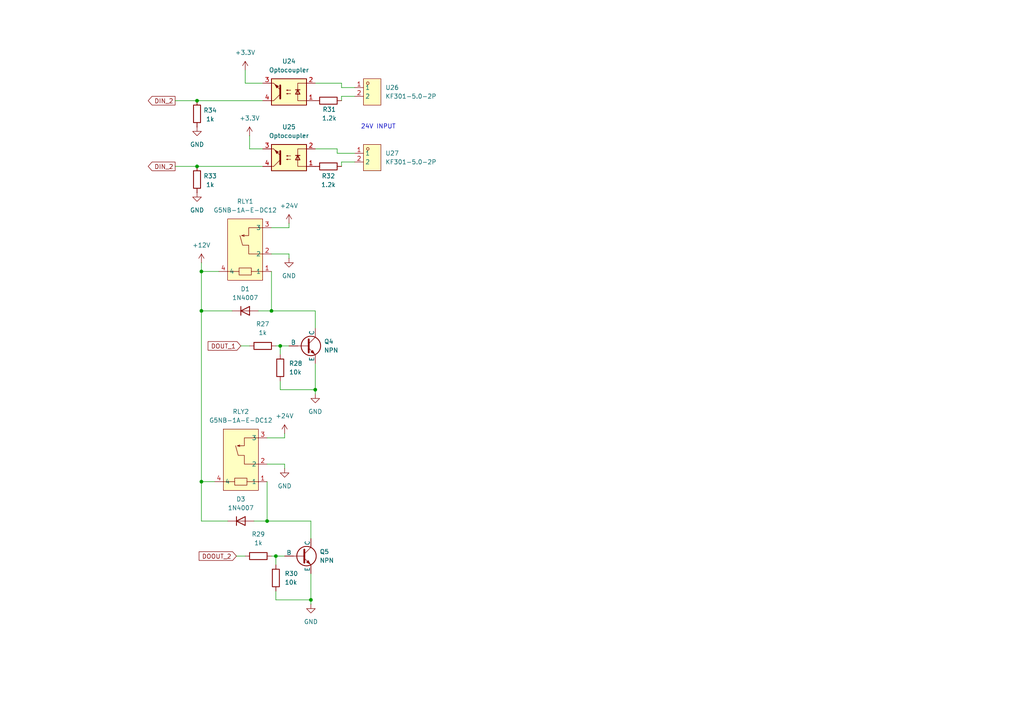
<source format=kicad_sch>
(kicad_sch (version 20250114) (generator "eeschema") (generator_version "9.0")
  (paper "A4")
  (lib_symbols
    (symbol "Device:R" (pin_numbers (hide yes)) (pin_names (offset 0))
      (property "Reference" "R" (at 2.032 0 90))
      (property "Value" "R" (at 0 0 90))
      (symbol "R_0_1"
        (rectangle (start -1.016 -2.54) (end 1.016 2.54) (stroke (width 0.254)))
      )
      (symbol "R_1_1"
        (pin passive line (at 0 3.81 270) (length 1.27) (name "~") (number "1"))
        (pin passive line (at 0 -3.81 90) (length 1.27) (name "~") (number "2"))
      )
    )
    (symbol "Diode:1N4007" (pin_numbers (hide yes)) (pin_names (hide yes))
      (property "Reference" "D" (at 0 2.54 0))
      (property "Value" "1N4007" (at 0 -2.54 0))
      (symbol "1N4007_0_1"
        (polyline (pts (xy -1.27 1.27) (xy -1.27 -1.27)) (stroke (width 0.254)))
        (polyline (pts (xy 1.27 1.27) (xy 1.27 -1.27) (xy -1.27 0) (xy 1.27 1.27)) (stroke (width 0.254)))
        (polyline (pts (xy 1.27 0) (xy -1.27 0)))
      )
      (symbol "1N4007_1_1"
        (pin passive line (at -3.81 0 0) (length 2.54) (name "K") (number "1"))
        (pin passive line (at 3.81 0 180) (length 2.54) (name "A") (number "2"))
      )
    )
    (symbol "EasyEDA:G5NB-1A-E-DC12"
      (property "Reference" "RLY" (at 0 12.7 0))
      (property "Value" "G5NB-1A-E-DC12" (at 0 -12.7 0))
      (symbol "G5NB-1A-E-DC12_0_1"
        (rectangle (start -10.16 5.08) (end 7.62 -5.08) (fill (type background)))
        (rectangle (start -8.64 1.78) (end -6.6 -1.78) (fill (type background)))
        (polyline (pts (xy -7.62 1.78) (xy -7.62 5.08)))
        (polyline (pts (xy -7.62 -1.78) (xy -7.62 -5.08) (xy -7.87 -5.08)))
        (polyline (pts (xy -2.54 -5.08) (xy -2.54 -1.02) (xy 0 -1.02) (xy 0 0.76) (xy 2.79 1.52)))
        (polyline (pts (xy 2.79 1.02) (xy 2.54 0.25)))
        (polyline (pts (xy 2.79 1.02) (xy 3.05 0.25)))
        (polyline (pts (xy 5.08 -5.08) (xy 5.08 -1.02) (xy 2.79 -1.02) (xy 2.79 1.02)))
        (pin unspecified line (at -7.62 7.62 270) (length 2.54) (name "4") (number "4"))
        (pin unspecified line (at -7.62 -7.62 90) (length 2.54) (name "1") (number "1"))
        (pin unspecified line (at -2.54 -7.62 90) (length 2.54) (name "2") (number "2"))
        (pin unspecified line (at 5.08 -7.62 90) (length 2.54) (name "3") (number "3"))
      )
    )
    (symbol "EasyEDA:KF301-5.0-2P"
      (property "Reference" "U" (at 0 6.35 0))
      (property "Value" "KF301-5.0-2P" (at 0 -6.35 0))
      (symbol "KF301-5.0-2P_0_1"
        (rectangle (start -2.54 3.81) (end 2.54 -3.81) (fill (type background)))
        (circle (center -1.27 2.54) (radius 0.38))
        (pin unspecified line (at -5.08 1.27 0) (length 2.54) (name "1") (number "1"))
        (pin unspecified line (at -5.08 -1.27 0) (length 2.54) (name "2") (number "2"))
      )
    )
    (symbol "Isolator:Optocoupler_DC_PhotoNPN_AKEC"
      (property "Reference" "U" (at -5.08 5.08 0))
      (property "Value" "Optocoupler_DC_PhotoNPN_AKEC" (at 0 5.08 0))
      (symbol "Optocoupler_DC_PhotoNPN_AKEC_0_1"
        (rectangle (start -5.08 3.81) (end 5.08 -3.81) (stroke (width 0.254)) (fill (type background)))
        (polyline (pts (xy -5.08 2.54) (xy -2.54 2.54) (xy -2.54 -1.27) (xy -2.54 0.635)))
        (polyline (pts (xy -3.175 -0.635) (xy -1.905 -0.635)) (stroke (width 0.254)))
        (polyline (pts (xy -2.54 -0.635) (xy -2.54 -2.54) (xy -5.08 -2.54)))
        (polyline (pts (xy -2.54 -0.635) (xy -3.175 0.635) (xy -1.905 0.635) (xy -2.54 -0.635)) (stroke (width 0.254)))
        (polyline (pts (xy -0.508 0.508) (xy 0.762 0.508) (xy 0.381 0.381) (xy 0.381 0.635) (xy 0.762 0.508)))
        (polyline (pts (xy -0.508 -0.508) (xy 0.762 -0.508) (xy 0.381 -0.635) (xy 0.381 -0.381) (xy 0.762 -0.508)))
        (polyline (pts (xy 2.54 1.905) (xy 2.54 -1.905)) (stroke (width 0.508)))
        (polyline (pts (xy 2.54 0.635) (xy 4.445 2.54)))
        (polyline (pts (xy 3.048 -1.651) (xy 3.556 -1.143) (xy 4.064 -2.159) (xy 3.048 -1.651)) (fill (type outline)))
        (polyline (pts (xy 4.445 2.54) (xy 5.08 2.54)))
        (polyline (pts (xy 4.445 -2.54) (xy 2.54 -0.635)) (fill (type outline)))
        (polyline (pts (xy 4.445 -2.54) (xy 5.08 -2.54)))
      )
      (symbol "Optocoupler_DC_PhotoNPN_AKEC_1_1"
        (pin passive line (at -7.62 2.54 0) (length 2.54) (name "~") (number "1"))
        (pin passive line (at -7.62 -2.54 0) (length 2.54) (name "~") (number "2"))
        (pin passive line (at 7.62 2.54 180) (length 2.54) (name "~") (number "4"))
        (pin passive line (at 7.62 -2.54 180) (length 2.54) (name "~") (number "3"))
      )
    )
    (symbol "Simulation_SPICE:NPN" (pin_numbers (hide yes)) (pin_names (offset 0))
      (property "Reference" "Q" (at -2.54 7.62 0))
      (property "Value" "NPN" (at -2.54 5.08 0))
      (symbol "NPN_0_1"
        (polyline (pts (xy -2.54 0) (xy 0.635 0)) (stroke (width 0.1524)))
        (polyline (pts (xy 0.635 1.905) (xy 0.635 -1.905) (xy 0.635 -1.905)) (stroke (width 0.508)))
        (polyline (pts (xy 0.635 0.635) (xy 2.54 2.54)))
        (polyline (pts (xy 0.635 -0.635) (xy 2.54 -2.54) (xy 2.54 -2.54)))
        (circle (center 1.27 0) (radius 2.8194) (stroke (width 0.254)))
        (polyline (pts (xy 1.27 -1.778) (xy 1.778 -1.27) (xy 2.286 -2.286) (xy 1.27 -1.778) (xy 1.27 -1.778)) (fill (type outline)))
        (polyline (pts (xy 2.794 -1.27) (xy 2.794 -1.27)) (stroke (width 0.1524)))
        (polyline (pts (xy 2.794 -1.27) (xy 2.794 -1.27)) (stroke (width 0.1524)))
      )
      (symbol "NPN_1_1"
        (pin input line (at -5.08 0 0) (length 2.54) (name "B") (number "2"))
        (pin open_collector line (at 2.54 5.08 270) (length 2.54) (name "C") (number "1"))
        (pin open_emitter line (at 2.54 -5.08 90) (length 2.54) (name "E") (number "3"))
      )
    )
    (symbol "power:+12V" (power) (pin_numbers (hide yes)) (pin_names (offset 0) (hide yes))
      (property "Value" "+12V" (at 0 3.556 0))
      (symbol "+12V_0_1"
        (polyline (pts (xy -0.762 1.27) (xy 0 2.54)))
        (polyline (pts (xy 0 2.54) (xy 0.762 1.27)))
        (polyline (pts (xy 0 0) (xy 0 2.54)))
      )
      (symbol "+12V_1_1"
        (pin power_in line (at 0 0 90) (length 0) (name "~") (number "1"))
      )
    )
    (symbol "power:+24V" (power) (pin_numbers (hide yes)) (pin_names (offset 0) (hide yes))
      (property "Value" "+24V" (at 0 3.556 0))
      (symbol "+24V_0_1"
        (polyline (pts (xy -0.762 1.27) (xy 0 2.54)))
        (polyline (pts (xy 0 2.54) (xy 0.762 1.27)))
        (polyline (pts (xy 0 0) (xy 0 2.54)))
      )
      (symbol "+24V_1_1"
        (pin power_in line (at 0 0 90) (length 0) (name "~") (number "1"))
      )
    )
    (symbol "power:+3.3V" (power) (pin_numbers (hide yes)) (pin_names (offset 0) (hide yes))
      (property "Value" "+3.3V" (at 0 3.556 0))
      (symbol "+3.3V_0_1"
        (polyline (pts (xy -0.762 1.27) (xy 0 2.54)))
        (polyline (pts (xy 0 2.54) (xy 0.762 1.27)))
        (polyline (pts (xy 0 0) (xy 0 2.54)))
      )
      (symbol "+3.3V_1_1"
        (pin power_in line (at 0 0 90) (length 0) (name "~") (number "1"))
      )
    )
    (symbol "power:GND" (power) (pin_numbers (hide yes)) (pin_names (offset 0) (hide yes))
      (property "Value" "GND" (at 0 -3.81 0))
      (symbol "GND_0_1"
        (polyline (pts (xy 0 0) (xy 0 -1.27) (xy 1.27 -1.27) (xy 0 -2.54) (xy -1.27 -1.27) (xy 0 -1.27)))
      )
      (symbol "GND_1_1"
        (pin power_in line (at 0 0 270) (length 0) (name "~") (number "1"))
      )
    )
  )
  (text "24V INPUT" (at 109.728 36.83 0) (effects (font (size 1.27 1.27))))
  (junction (at 91.44 113.03))
  (junction (at 81.28 100.33))
  (junction (at 57.15 29.21))
  (junction (at 58.42 139.7))
  (junction (at 78.74 90.17))
  (junction (at 57.15 48.26))
  (junction (at 80.01 161.29))
  (junction (at 77.47 151.13))
  (junction (at 58.42 90.17))
  (junction (at 90.17 173.99))
  (junction (at 58.42 78.74))
  (wire (pts (xy 81.28 113.03) (xy 91.44 113.03)))
  (wire (pts (xy 58.42 151.13) (xy 58.42 139.7)))
  (wire (pts (xy 82.55 135.89) (xy 82.55 134.62)))
  (wire (pts (xy 90.17 156.21) (xy 90.17 151.13)))
  (wire (pts (xy 102.87 46.99) (xy 99.06 46.99)))
  (wire (pts (xy 50.8 48.26) (xy 57.15 48.26)))
  (wire (pts (xy 78.74 161.29) (xy 80.01 161.29)))
  (wire (pts (xy 58.42 78.74) (xy 63.5 78.74)))
  (wire (pts (xy 80.01 171.45) (xy 80.01 173.99)))
  (wire (pts (xy 80.01 100.33) (xy 81.28 100.33)))
  (wire (pts (xy 102.87 25.4) (xy 99.06 25.4)))
  (wire (pts (xy 82.55 134.62) (xy 77.47 134.62)))
  (wire (pts (xy 77.47 151.13) (xy 77.47 139.7)))
  (wire (pts (xy 83.82 64.77) (xy 83.82 66.04)))
  (wire (pts (xy 72.39 39.37) (xy 72.39 43.18)))
  (wire (pts (xy 90.17 175.26) (xy 90.17 173.99)))
  (wire (pts (xy 81.28 110.49) (xy 81.28 113.03)))
  (wire (pts (xy 58.42 78.74) (xy 58.42 90.17)))
  (wire (pts (xy 50.8 29.21) (xy 57.15 29.21)))
  (wire (pts (xy 83.82 73.66) (xy 78.74 73.66)))
  (wire (pts (xy 91.44 90.17) (xy 78.74 90.17)))
  (wire (pts (xy 57.15 29.21) (xy 76.2 29.21)))
  (wire (pts (xy 83.82 74.93) (xy 83.82 73.66)))
  (wire (pts (xy 62.23 139.7) (xy 58.42 139.7)))
  (wire (pts (xy 82.55 125.73) (xy 82.55 127)))
  (wire (pts (xy 99.06 24.13) (xy 91.44 24.13)))
  (wire (pts (xy 78.74 90.17) (xy 78.74 78.74)))
  (wire (pts (xy 97.79 44.45) (xy 97.79 43.18)))
  (wire (pts (xy 91.44 114.3) (xy 91.44 113.03)))
  (wire (pts (xy 97.79 43.18) (xy 91.44 43.18)))
  (wire (pts (xy 83.82 66.04) (xy 78.74 66.04)))
  (wire (pts (xy 58.42 76.2) (xy 58.42 78.74)))
  (wire (pts (xy 68.58 161.29) (xy 71.12 161.29)))
  (wire (pts (xy 71.12 20.32) (xy 71.12 24.13)))
  (wire (pts (xy 57.15 48.26) (xy 76.2 48.26)))
  (wire (pts (xy 74.93 90.17) (xy 78.74 90.17)))
  (wire (pts (xy 80.01 173.99) (xy 90.17 173.99)))
  (wire (pts (xy 73.66 151.13) (xy 77.47 151.13)))
  (wire (pts (xy 91.44 113.03) (xy 91.44 105.41)))
  (wire (pts (xy 99.06 27.94) (xy 99.06 29.21)))
  (wire (pts (xy 90.17 151.13) (xy 77.47 151.13)))
  (wire (pts (xy 81.28 100.33) (xy 81.28 102.87)))
  (wire (pts (xy 80.01 161.29) (xy 80.01 163.83)))
  (wire (pts (xy 69.85 100.33) (xy 72.39 100.33)))
  (wire (pts (xy 80.01 161.29) (xy 82.55 161.29)))
  (wire (pts (xy 102.87 27.94) (xy 99.06 27.94)))
  (wire (pts (xy 66.04 151.13) (xy 58.42 151.13)))
  (wire (pts (xy 99.06 25.4) (xy 99.06 24.13)))
  (wire (pts (xy 71.12 24.13) (xy 76.2 24.13)))
  (wire (pts (xy 58.42 90.17) (xy 67.31 90.17)))
  (wire (pts (xy 90.17 173.99) (xy 90.17 166.37)))
  (wire (pts (xy 81.28 100.33) (xy 83.82 100.33)))
  (wire (pts (xy 91.44 95.25) (xy 91.44 90.17)))
  (wire (pts (xy 58.42 90.17) (xy 58.42 139.7)))
  (wire (pts (xy 102.87 44.45) (xy 97.79 44.45)))
  (wire (pts (xy 99.06 46.99) (xy 99.06 48.26)))
  (wire (pts (xy 72.39 43.18) (xy 76.2 43.18)))
  (wire (pts (xy 82.55 127) (xy 77.47 127)))
  (global_label "DIN_2" (shape output) (at 50.8 48.26 180) (property "Intersheetrefs" "${INTERSHEET_REFS}" (effects (hide yes))))
  (global_label "DOUT_1" (shape input) (at 69.85 100.33 180) (property "Intersheetrefs" "${INTERSHEET_REFS}" (effects (hide yes))))
  (global_label "DOOUT_2" (shape input) (at 68.58 161.29 180) (property "Intersheetrefs" "${INTERSHEET_REFS}" (effects (hide yes))))
  (global_label "DIN_2" (shape output) (at 50.8 29.21 180) (property "Intersheetrefs" "${INTERSHEET_REFS}" (effects (hide yes))))
  (symbol (lib_id "Device:R") (at 57.15 52.07 180) (unit 1)
    (property "Reference" "R33" (at 60.96 51.054 0))
    (property "Value" "1k" (at 60.96 53.594 0))
    (property "Description" "Resistor" (effects (hide yes)))
  )
  (symbol (lib_id "Device:R") (at 80.01 167.64 180) (unit 1)
    (property "Reference" "R30" (at 82.55 166.3699 0) (effects (justify right)))
    (property "Value" "10k" (at 82.55 168.9099 0) (effects (justify right)))
    (property "Description" "Resistor" (effects (hide yes)))
  )
  (symbol (lib_id "Device:R") (at 95.25 29.21 90) (unit 1)
    (property "Reference" "R31" (at 95.504 31.75 90))
    (property "Value" "1.2k" (at 95.504 34.29 90))
    (property "Description" "Resistor" (effects (hide yes)))
  )
  (symbol (lib_id "Diode:1N4007") (at 71.12 90.17 0) (unit 1)
    (property "Reference" "D1" (at 71.12 83.82 0))
    (property "Value" "1N4007" (at 71.12 86.36 0))
    (property "Footprint" "Diode_THT:D_DO-41_SOD81_P10.16mm_Horizontal" (effects (hide yes)))
    (property "Datasheet" "http://www.vishay.com/docs/88503/1n4001.pdf" (effects (hide yes)))
    (property "Description" "1000V 1A General Purpose Rectifier Diode, DO-41" (effects (hide yes)))
    (property "Sim.Device" "D" (effects (hide yes)))
    (property "Sim.Pins" "1=K 2=A" (effects (hide yes)))
  )
  (symbol (lib_id "power:+24V") (at 83.82 64.77 0) (unit 1)
    (property "Reference" "#PWR069" (effects (hide yes)))
    (property "Value" "+24V" (at 83.82 59.69 0))
    (property "Description" "Power symbol creates a global label with name \"+24V\"" (effects (hide yes)))
  )
  (symbol (lib_id "power:GND") (at 57.15 55.88 0) (unit 1)
    (property "Reference" "#PWR073" (effects (hide yes)))
    (property "Value" "GND" (at 57.15 60.96 0))
    (property "Description" "Power symbol creates a global label with name \"GND\" , ground" (effects (hide yes)))
  )
  (symbol (lib_id "EasyEDA:KF301-5.0-2P") (at 107.95 45.72 0) (unit 1)
    (property "Reference" "U27" (at 111.76 44.4499 0) (effects (justify left)))
    (property "Value" "KF301-5.0-2P" (at 111.76 46.9899 0) (effects (justify left)))
    (property "Footprint" "EasyEDA:CONN-TH_P5.00_KF301-5.0-2P" (effects (hide yes)))
    (property "Datasheet" "https://lcsc.com/product-detail/New-Quadratic-Unclassified-Data_Cixi-Kefa-Elec-KF301-5-0-2P_C474881.html" (effects (hide yes)))
    (property "LCSC Part" "C474881" (effects (hide yes)))
  )
  (symbol (lib_id "power:+24V") (at 82.55 125.73 0) (unit 1)
    (property "Reference" "#PWR067" (effects (hide yes)))
    (property "Value" "+24V" (at 82.55 120.65 0))
    (property "Description" "Power symbol creates a global label with name \"+24V\"" (effects (hide yes)))
  )
  (symbol (lib_id "EasyEDA:KF301-5.0-2P") (at 107.95 26.67 0) (unit 1)
    (property "Reference" "U26" (at 111.76 25.3999 0) (effects (justify left)))
    (property "Value" "KF301-5.0-2P" (at 111.76 27.9399 0) (effects (justify left)))
    (property "Footprint" "EasyEDA:CONN-TH_P5.00_KF301-5.0-2P" (effects (hide yes)))
    (property "Datasheet" "https://lcsc.com/product-detail/New-Quadratic-Unclassified-Data_Cixi-Kefa-Elec-KF301-5-0-2P_C474881.html" (effects (hide yes)))
    (property "LCSC Part" "C474881" (effects (hide yes)))
  )
  (symbol (lib_id "Simulation_SPICE:NPN") (at 88.9 100.33 0) (unit 1)
    (property "Reference" "Q4" (at 93.98 99.0599 0) (effects (justify left)))
    (property "Value" "NPN" (at 93.98 101.5999 0) (effects (justify left)))
    (property "Datasheet" "https://ngspice.sourceforge.io/docs/ngspice-html-manual/manual.xhtml#cha_BJTs" (effects (hide yes)))
    (property "Description" "Bipolar transistor symbol for simulation only, substrate tied to the emitter" (effects (hide yes)))
    (property "Sim.Device" "NPN" (effects (hide yes)))
    (property "Sim.Type" "GUMMELPOON" (effects (hide yes)))
    (property "Sim.Pins" "1=C 2=B 3=E" (effects (hide yes)))
  )
  (symbol (lib_id "EasyEDA:G5NB-1A-E-DC12") (at 69.85 132.08 90) (unit 1)
    (property "Reference" "RLY2" (at 69.85 119.38 90))
    (property "Value" "G5NB-1A-E-DC12" (at 69.85 121.92 90))
    (property "Footprint" "EasyEDA:RELAY-TH_G5NB-1A-E-DCXX" (effects (hide yes)))
    (property "Datasheet" "https://lcsc.com/product-detail/Others_Omron-Electronics_G5NB-1A-E-DC12_Omron-Electronics-G5NB-1A-E-DC12_C225714.html" (effects (hide yes)))
    (property "LCSC Part" "C225714" (effects (hide yes)))
  )
  (symbol (lib_id "Isolator:Optocoupler_DC_PhotoNPN_AKEC") (at 83.82 45.72 180) (unit 1)
    (property "Reference" "U25" (at 83.82 36.83 0))
    (property "Value" "Optocoupler" (at 83.82 39.37 0))
    (property "Description" "Generic DC optocoupler with NPN phototransistor output, pins order: anode/cathode/emitter/collector" (effects (hide yes)))
  )
  (symbol (lib_id "Device:R") (at 95.25 48.26 90) (unit 1)
    (property "Reference" "R32" (at 95.25 51.054 90))
    (property "Value" "1.2k" (at 95.25 53.594 90))
    (property "Description" "Resistor" (effects (hide yes)))
  )
  (symbol (lib_id "power:GND") (at 91.44 114.3 0) (unit 1)
    (property "Reference" "#PWR023" (effects (hide yes)))
    (property "Value" "GND" (at 91.44 119.38 0))
    (property "Description" "Power symbol creates a global label with name \"GND\" , ground" (effects (hide yes)))
  )
  (symbol (lib_id "power:GND") (at 82.55 135.89 0) (unit 1)
    (property "Reference" "#PWR068" (effects (hide yes)))
    (property "Value" "GND" (at 82.55 140.97 0))
    (property "Description" "Power symbol creates a global label with name \"GND\" , ground" (effects (hide yes)))
  )
  (symbol (lib_id "power:+3.3V") (at 72.39 39.37 0) (unit 1)
    (property "Reference" "#PWR072" (effects (hide yes)))
    (property "Value" "+3.3V" (at 72.39 34.29 0))
    (property "Description" "Power symbol creates a global label with name \"+3.3V\"" (effects (hide yes)))
  )
  (symbol (lib_id "Device:R") (at 81.28 106.68 180) (unit 1)
    (property "Reference" "R28" (at 83.82 105.4099 0) (effects (justify right)))
    (property "Value" "10k" (at 83.82 107.9499 0) (effects (justify right)))
    (property "Description" "Resistor" (effects (hide yes)))
  )
  (symbol (lib_id "EasyEDA:G5NB-1A-E-DC12") (at 71.12 71.12 90) (unit 1)
    (property "Reference" "RLY1" (at 71.12 58.42 90))
    (property "Value" "G5NB-1A-E-DC12" (at 71.12 60.96 90))
    (property "Footprint" "EasyEDA:RELAY-TH_G5NB-1A-E-DCXX" (effects (hide yes)))
    (property "Datasheet" "https://lcsc.com/product-detail/Others_Omron-Electronics_G5NB-1A-E-DC12_Omron-Electronics-G5NB-1A-E-DC12_C225714.html" (effects (hide yes)))
    (property "LCSC Part" "C225714" (effects (hide yes)))
  )
  (symbol (lib_id "power:GND") (at 57.15 36.83 0) (unit 1)
    (property "Reference" "#PWR074" (effects (hide yes)))
    (property "Value" "GND" (at 57.15 41.91 0))
    (property "Description" "Power symbol creates a global label with name \"GND\" , ground" (effects (hide yes)))
  )
  (symbol (lib_id "power:+3.3V") (at 71.12 20.32 0) (unit 1)
    (property "Reference" "#PWR071" (effects (hide yes)))
    (property "Value" "+3.3V" (at 71.12 15.24 0))
    (property "Description" "Power symbol creates a global label with name \"+3.3V\"" (effects (hide yes)))
  )
  (symbol (lib_id "power:GND") (at 83.82 74.93 0) (unit 1)
    (property "Reference" "#PWR070" (effects (hide yes)))
    (property "Value" "GND" (at 83.82 80.01 0))
    (property "Description" "Power symbol creates a global label with name \"GND\" , ground" (effects (hide yes)))
  )
  (symbol (lib_id "Device:R") (at 74.93 161.29 90) (unit 1)
    (property "Reference" "R29" (at 74.93 154.94 90))
    (property "Value" "1k" (at 74.93 157.48 90))
    (property "Description" "Resistor" (effects (hide yes)))
  )
  (symbol (lib_id "Simulation_SPICE:NPN") (at 87.63 161.29 0) (unit 1)
    (property "Reference" "Q5" (at 92.71 160.0199 0) (effects (justify left)))
    (property "Value" "NPN" (at 92.71 162.5599 0) (effects (justify left)))
    (property "Datasheet" "https://ngspice.sourceforge.io/docs/ngspice-html-manual/manual.xhtml#cha_BJTs" (effects (hide yes)))
    (property "Description" "Bipolar transistor symbol for simulation only, substrate tied to the emitter" (effects (hide yes)))
    (property "Sim.Device" "NPN" (effects (hide yes)))
    (property "Sim.Type" "GUMMELPOON" (effects (hide yes)))
    (property "Sim.Pins" "1=C 2=B 3=E" (effects (hide yes)))
  )
  (symbol (lib_id "Device:R") (at 57.15 33.02 180) (unit 1)
    (property "Reference" "R34" (at 60.96 32.004 0))
    (property "Value" "1k" (at 60.96 34.544 0))
    (property "Description" "Resistor" (effects (hide yes)))
  )
  (symbol (lib_id "Isolator:Optocoupler_DC_PhotoNPN_AKEC") (at 83.82 26.67 180) (unit 1)
    (property "Reference" "U24" (at 83.82 17.78 0))
    (property "Value" "Optocoupler" (at 83.82 20.32 0))
    (property "Description" "Generic DC optocoupler with NPN phototransistor output, pins order: anode/cathode/emitter/collector" (effects (hide yes)))
  )
  (symbol (lib_id "Device:R") (at 76.2 100.33 90) (unit 1)
    (property "Reference" "R27" (at 76.2 93.98 90))
    (property "Value" "1k" (at 76.2 96.52 90))
    (property "Description" "Resistor" (effects (hide yes)))
  )
  (symbol (lib_id "power:GND") (at 90.17 175.26 0) (unit 1)
    (property "Reference" "#PWR025" (effects (hide yes)))
    (property "Value" "GND" (at 90.17 180.34 0))
    (property "Description" "Power symbol creates a global label with name \"GND\" , ground" (effects (hide yes)))
  )
  (symbol (lib_id "power:+12V") (at 58.42 76.2 0) (unit 1)
    (property "Reference" "#PWR020" (effects (hide yes)))
    (property "Value" "+12V" (at 58.42 71.12 0))
    (property "Description" "Power symbol creates a global label with name \"+12V\"" (effects (hide yes)))
  )
  (symbol (lib_id "Diode:1N4007") (at 69.85 151.13 0) (unit 1)
    (property "Reference" "D3" (at 69.85 144.78 0))
    (property "Value" "1N4007" (at 69.85 147.32 0))
    (property "Footprint" "Diode_THT:D_DO-41_SOD81_P10.16mm_Horizontal" (effects (hide yes)))
    (property "Datasheet" "http://www.vishay.com/docs/88503/1n4001.pdf" (effects (hide yes)))
    (property "Description" "1000V 1A General Purpose Rectifier Diode, DO-41" (effects (hide yes)))
    (property "Sim.Device" "D" (effects (hide yes)))
    (property "Sim.Pins" "1=K 2=A" (effects (hide yes)))
  )
)
</source>
